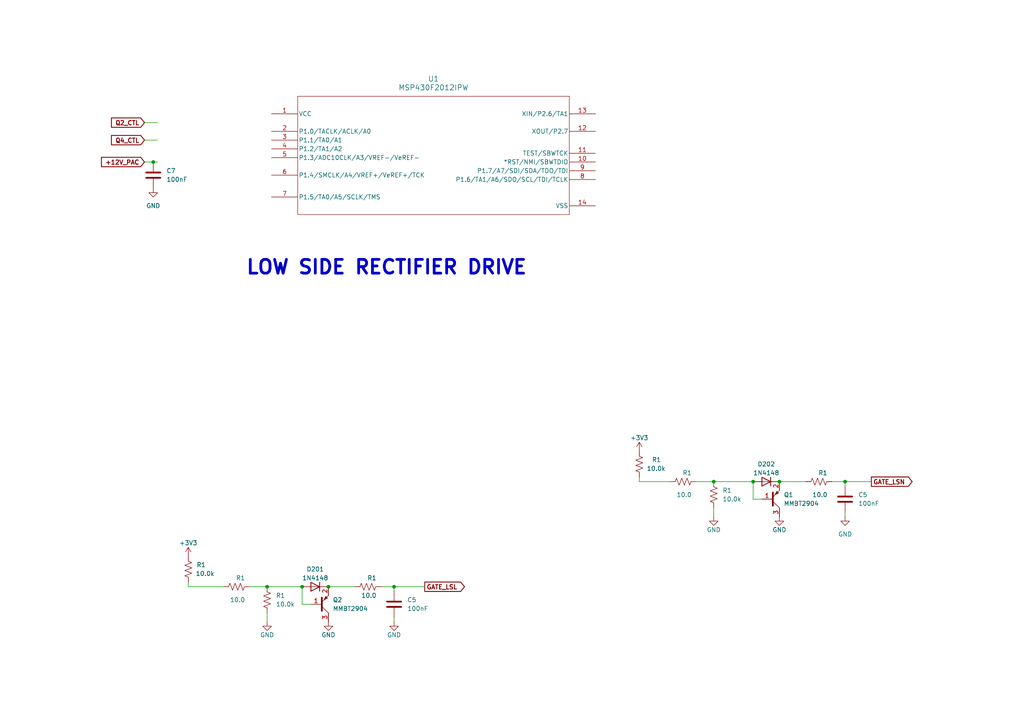
<source format=kicad_sch>
(kicad_sch (version 20230121) (generator eeschema)
  (paper "A4")
  (lib_symbols
    (symbol "Device:C" (pin_numbers hide) (pin_names (offset 0.254))
      (property "Reference" "C" (at 0.635 2.54 0))
      (property "Value" "C" (at 0.635 -2.54 0))
      (symbol "C_0_1"
        (polyline (pts (xy -2.032 -0.762) (xy 2.032 -0.762)) (stroke (width 0.508)))
        (polyline (pts (xy -2.032 0.762) (xy 2.032 0.762)) (stroke (width 0.508)))
      )
      (symbol "C_1_1"
        (pin passive line (at 0 3.81 270) (length 2.794) (name "~") (number "1"))
        (pin passive line (at 0 -3.81 90) (length 2.794) (name "~") (number "2"))
      )
    )
    (symbol "Device:D" (pin_numbers hide) (pin_names (offset 1.016) hide)
      (property "Reference" "D" (at 0 2.54 0))
      (property "Value" "D" (at 0 -2.54 0))
      (symbol "D_0_1"
        (polyline (pts (xy -1.27 1.27) (xy -1.27 -1.27)) (stroke (width 0.254)))
        (polyline (pts (xy 1.27 0) (xy -1.27 0)))
        (polyline (pts (xy 1.27 1.27) (xy 1.27 -1.27) (xy -1.27 0) (xy 1.27 1.27)) (stroke (width 0.254)))
      )
      (symbol "D_1_1"
        (pin passive line (at -3.81 0 0) (length 2.54) (name "K") (number "1"))
        (pin passive line (at 3.81 0 180) (length 2.54) (name "A") (number "2"))
      )
    )
    (symbol "Device:R_US" (pin_numbers hide) (pin_names (offset 0))
      (property "Reference" "R" (at 2.54 0 90))
      (property "Value" "R_US" (at -2.54 0 90))
      (symbol "R_US_0_1"
        (polyline (pts (xy 0 -2.286) (xy 0 -2.54)))
        (polyline (pts (xy 0 2.286) (xy 0 2.54)))
        (polyline (pts (xy 0 -0.762) (xy 1.016 -1.143) (xy 0 -1.524) (xy -1.016 -1.905) (xy 0 -2.286)))
        (polyline (pts (xy 0 0.762) (xy 1.016 0.381) (xy 0 0) (xy -1.016 -0.381) (xy 0 -0.762)))
        (polyline (pts (xy 0 2.286) (xy 1.016 1.905) (xy 0 1.524) (xy -1.016 1.143) (xy 0 0.762)))
      )
      (symbol "R_US_1_1"
        (pin passive line (at 0 3.81 270) (length 1.27) (name "~") (number "1"))
        (pin passive line (at 0 -3.81 90) (length 1.27) (name "~") (number "2"))
      )
    )
    (symbol "fb_smps_symbols:MMBT2904" (pin_names (offset 0) hide)
      (property "Reference" "Q" (at 5.08 1.905 0))
      (property "Value" "MMBT2904" (at 5.08 0 0))
      (symbol "MMBT2904_0_1"
        (polyline (pts (xy 0.635 0.635) (xy 2.54 2.54)))
        (polyline (pts (xy 0.635 -0.635) (xy 2.54 -2.54) (xy 2.54 -2.54)))
        (polyline (pts (xy 0.635 1.905) (xy 0.635 -1.905) (xy 0.635 -1.905)) (stroke (width 0.508)))
        (polyline (pts (xy 2.286 -1.778) (xy 1.778 -2.286) (xy 1.27 -1.27) (xy 2.286 -1.778) (xy 2.286 -1.778)) (fill (type outline)))
      )
      (symbol "MMBT2904_1_1"
        (pin input line (at -2.54 0 0) (length 3) (name "B") (number "1"))
        (pin passive line (at 2.54 -5.08 90) (length 2.54) (name "E") (number "2"))
        (pin passive line (at 2.54 5.08 270) (length 2.54) (name "C") (number "3"))
      )
    )
    (symbol "fb_smps_symbols:MSP430F2012IPW" (pin_names (offset 0.254))
      (property "Reference" "U" (at 39.37 10.16 0))
      (property "Value" "MSP430F2012IPW" (at 48.26 7.62 0))
      (symbol "MSP430F2012IPW_0_1"
        (polyline (pts (xy 7.62 -29.21) (xy 86.36 -29.21)) (stroke (width 0.127)))
        (polyline (pts (xy 7.62 5.08) (xy 7.62 -29.21)) (stroke (width 0.127)))
        (polyline (pts (xy 86.36 -29.21) (xy 86.36 5.08)) (stroke (width 0.127)))
        (polyline (pts (xy 86.36 5.08) (xy 7.62 5.08)) (stroke (width 0.127)))
        (pin power_in line (at 0 0 0) (length 7.62) (name "VCC") (number "1"))
        (pin bidirectional line (at 93.98 -13.97 180) (length 7.62) (name "*RST/NMI/SBWTDIO") (number "10"))
        (pin bidirectional line (at 93.98 -11.43 180) (length 7.62) (name "TEST/SBWTCK") (number "11"))
        (pin bidirectional line (at 93.98 -5.08 180) (length 7.62) (name "XOUT/P2.7") (number "12"))
        (pin bidirectional line (at 93.98 0 180) (length 7.62) (name "XIN/P2.6/TA1") (number "13"))
        (pin power_in line (at 93.98 -26.67 180) (length 7.62) (name "VSS") (number "14"))
        (pin bidirectional line (at 0 -5.08 0) (length 7.62) (name "P1.0/TACLK/ACLK/A0") (number "2"))
        (pin bidirectional line (at 0 -7.62 0) (length 7.62) (name "P1.1/TA0/A1") (number "3"))
        (pin bidirectional line (at 0 -10.16 0) (length 7.62) (name "P1.2/TA1/A2") (number "4"))
        (pin bidirectional line (at 0 -12.7 0) (length 7.62) (name "P1.3/ADC10CLK/A3/VREF-/VeREF-") (number "5"))
        (pin bidirectional line (at 0 -17.78 0) (length 7.62) (name "P1.4/SMCLK/A4/VREF+/VeREF+/TCK") (number "6"))
        (pin bidirectional line (at 0 -24.13 0) (length 7.62) (name "P1.5/TA0/A5/SCLK/TMS") (number "7"))
        (pin bidirectional line (at 93.98 -19.05 180) (length 7.62) (name "P1.6/TA1/A6/SDO/SCL/TDI/TCLK") (number "8"))
        (pin bidirectional line (at 93.98 -16.51 180) (length 7.62) (name "P1.7/A7/SDI/SDA/TDO/TDI") (number "9"))
      )
    )
    (symbol "power:+3.3V" (power) (pin_names (offset 0))
      (property "Value" "+3.3V" (at 0 3.556 0))
      (symbol "+3.3V_0_1"
        (polyline (pts (xy -0.762 1.27) (xy 0 2.54)))
        (polyline (pts (xy 0 0) (xy 0 2.54)))
        (polyline (pts (xy 0 2.54) (xy 0.762 1.27)))
      )
      (symbol "+3.3V_1_1"
        (pin power_in line (at 0 0 90) (length 0) hide (name "+3V3") (number "1"))
      )
    )
    (symbol "power:GND" (power) (pin_names (offset 0))
      (property "Value" "GND" (at 0 -3.81 0))
      (symbol "GND_0_1"
        (polyline (pts (xy 0 0) (xy 0 -1.27) (xy 1.27 -1.27) (xy 0 -2.54) (xy -1.27 -1.27) (xy 0 -1.27)))
      )
      (symbol "GND_1_1"
        (pin power_in line (at 0 0 270) (length 0) hide (name "GND") (number "1"))
      )
    )
  )
  (junction (at 95.25 170.18))
  (junction (at 87.63 170.18))
  (junction (at 77.47 170.18))
  (junction (at 44.45 46.99))
  (junction (at 226.06 139.7))
  (junction (at 114.3 170.18))
  (junction (at 207.01 139.7))
  (junction (at 218.44 139.7))
  (junction (at 245.11 139.7))
  (wire (pts (xy 54.61 170.18) (xy 54.61 168.91)))
  (wire (pts (xy 72.39 170.18) (xy 77.47 170.18)))
  (wire (pts (xy 245.11 149.86) (xy 245.11 148.59)))
  (wire (pts (xy 114.3 170.18) (xy 114.3 171.45)))
  (wire (pts (xy 201.93 139.7) (xy 207.01 139.7)))
  (wire (pts (xy 218.44 144.78) (xy 220.98 144.78)))
  (wire (pts (xy 95.25 170.18) (xy 95.25 171.45)))
  (wire (pts (xy 41.91 40.64) (xy 45.72 40.64)))
  (wire (pts (xy 77.47 177.8) (xy 77.47 180.34)))
  (wire (pts (xy 87.63 175.26) (xy 87.63 170.18)))
  (wire (pts (xy 241.3 139.7) (xy 245.11 139.7)))
  (wire (pts (xy 41.91 35.56) (xy 45.72 35.56)))
  (wire (pts (xy 114.3 180.34) (xy 114.3 179.07)))
  (wire (pts (xy 185.42 139.7) (xy 185.42 138.43)))
  (wire (pts (xy 226.06 139.7) (xy 233.68 139.7)))
  (wire (pts (xy 54.61 170.18) (xy 64.77 170.18)))
  (wire (pts (xy 114.3 170.18) (xy 123.19 170.18)))
  (wire (pts (xy 77.47 170.18) (xy 87.63 170.18)))
  (wire (pts (xy 245.11 139.7) (xy 245.11 140.97)))
  (wire (pts (xy 44.45 46.99) (xy 45.72 46.99)))
  (wire (pts (xy 110.49 170.18) (xy 114.3 170.18)))
  (wire (pts (xy 245.11 139.7) (xy 252.73 139.7)))
  (wire (pts (xy 207.01 139.7) (xy 218.44 139.7)))
  (wire (pts (xy 41.91 46.99) (xy 44.45 46.99)))
  (wire (pts (xy 218.44 144.78) (xy 218.44 139.7)))
  (wire (pts (xy 207.01 147.32) (xy 207.01 149.86)))
  (wire (pts (xy 95.25 170.18) (xy 102.87 170.18)))
  (wire (pts (xy 185.42 139.7) (xy 194.31 139.7)))
  (wire (pts (xy 87.63 175.26) (xy 90.17 175.26)))
  (text "LOW SIDE RECTIFIER DRIVE" (at 71.12 80.01 0) (effects (font (size 4 4) (thickness 0.8) bold) (justify left bottom)))
  (global_label "Q2_CTL" (shape input) (at 41.91 35.56 180) (effects (font bold)) (property "Intersheetrefs" "${INTERSHEET_REFS}" (effects hide)))
  (global_label "Q4_CTL" (shape input) (at 41.91 40.64 180) (effects (font bold)) (property "Intersheetrefs" "${INTERSHEET_REFS}" (effects hide)))
  (global_label "+12V_PAC" (shape input) (at 41.91 46.99 180) (effects (font bold)) (property "Intersheetrefs" "${INTERSHEET_REFS}" (effects hide)))
  (global_label "GATE_LSL" (shape output) (at 123.19 170.18 0) (effects (font bold)) (property "Intersheetrefs" "${INTERSHEET_REFS}" (effects hide)))
  (global_label "GATE_LSN" (shape output) (at 252.73 139.7 0) (effects (font bold)) (property "Intersheetrefs" "${INTERSHEET_REFS}" (effects hide)))
  (symbol (lib_id "Device:R_US") (at 68.58 170.18 90) (unit 1)
    (property "Reference" "R1" (at 71.12 167.64 90) (effects (justify left)))
    (property "Value" "10.0" (at 71.12 173.99 90) (effects (justify left)))
    (instances (project "full_bridge_smps" (path "" (reference "R1") (unit 1)) (path "" (reference "R205") (unit 1))))
  )
  (symbol (lib_id "power:GND") (at 114.3 180.34 0) (unit 1)
    (property "Reference" "#PWR09" (effects hide))
    (property "Value" "GND" (at 114.3 184.15 0))
  )
  (symbol (lib_id "fb_smps_symbols:MMBT2904") (at 223.52 144.78 0) (mirror x) (unit 1)
    (property "Reference" "Q1" (at 227.33 143.51 0) (effects (justify left)))
    (property "Value" "MMBT2904" (at 227.33 146.05 0) (effects (justify left)))
    (property "Footprint" "fb_smps_footprints:MMBT2907" (effects hide))
  )
  (symbol (lib_id "power:GND") (at 226.06 149.86 0) (unit 1)
    (property "Reference" "#PWR012" (effects hide))
    (property "Value" "GND" (at 226.06 153.67 0))
  )
  (symbol (lib_id "Device:R_US") (at 237.49 139.7 90) (unit 1)
    (property "Reference" "R1" (at 240.03 137.16 90) (effects (justify left)))
    (property "Value" "10.0" (at 240.03 143.51 90) (effects (justify left)))
    (instances (project "full_bridge_smps" (path "" (reference "R1") (unit 1)) (path "" (reference "R202") (unit 1))))
  )
  (symbol (lib_id "power:+3.3V") (at 185.42 130.81 0) (unit 1)
    (property "Reference" "#PWR019" (effects hide))
    (property "Value" "+3.3V" (at 185.42 127 0))
    (instances (project "full_bridge_smps" (path "" (reference "#PWR019") (unit 1)) (path "" (reference "#PWR021") (unit 1))))
  )
  (symbol (lib_id "power:GND") (at 95.25 180.34 0) (unit 1)
    (property "Reference" "#PWR013" (effects hide))
    (property "Value" "GND" (at 95.25 184.15 0))
  )
  (symbol (lib_id "power:GND") (at 245.11 149.86 0) (unit 1)
    (property "Reference" "#PWR011" (effects hide))
    (property "Value" "GND" (at 245.11 154.94 0))
  )
  (symbol (lib_id "Device:R_US") (at 77.47 173.99 0) (unit 1)
    (property "Reference" "R1" (at 80.01 172.72 0) (effects (justify left)))
    (property "Value" "10.0k" (at 80.01 175.26 0) (effects (justify left)))
    (instances (project "full_bridge_smps" (path "" (reference "R1") (unit 1)) (path "" (reference "R203") (unit 1))))
  )
  (symbol (lib_id "Device:R_US") (at 106.68 170.18 90) (unit 1)
    (property "Reference" "R1" (at 109.22 167.64 90) (effects (justify left)))
    (property "Value" "10.0" (at 109.22 172.72 90) (effects (justify left)))
    (instances (project "full_bridge_smps" (path "" (reference "R1") (unit 1)) (path "" (reference "R201") (unit 1))))
  )
  (symbol (lib_id "Device:C") (at 114.3 175.26 0) (unit 1)
    (property "Reference" "C5" (at 118.11 173.99 0) (effects (justify left)))
    (property "Value" "100nF" (at 118.11 176.53 0) (effects (justify left)))
    (instances (project "full_bridge_smps" (path "" (reference "C5") (unit 1)) (path "" (reference "C201") (unit 1))))
  )
  (symbol (lib_id "Device:R_US") (at 198.12 139.7 90) (unit 1)
    (property "Reference" "R1" (at 200.66 137.16 90) (effects (justify left)))
    (property "Value" "10.0" (at 200.66 143.51 90) (effects (justify left)))
    (instances (project "full_bridge_smps" (path "" (reference "R1") (unit 1)) (path "" (reference "R206") (unit 1))))
  )
  (symbol (lib_id "Device:D") (at 222.25 139.7 180) (unit 1)
    (property "Reference" "D202" (at 222.25 134.62 0))
    (property "Value" "1N4148" (at 222.25 137.16 0))
  )
  (symbol (lib_id "power:GND") (at 207.01 149.86 0) (unit 1)
    (property "Reference" "#PWR010" (effects hide))
    (property "Value" "GND" (at 207.01 153.67 0))
  )
  (symbol (lib_id "Device:C") (at 44.45 50.8 0) (unit 1)
    (property "Reference" "C7" (at 48.26 49.53 0) (effects (justify left)))
    (property "Value" "100nF" (at 48.26 52.07 0) (effects (justify left)))
  )
  (symbol (lib_id "power:GND") (at 44.45 54.61 0) (unit 1)
    (property "Reference" "#PWR07" (effects hide))
    (property "Value" "GND" (at 44.45 59.69 0))
  )
  (symbol (lib_id "Device:R_US") (at 207.01 143.51 0) (unit 1)
    (property "Reference" "R1" (at 209.55 142.24 0) (effects (justify left)))
    (property "Value" "10.0k" (at 209.55 144.78 0) (effects (justify left)))
    (instances (project "full_bridge_smps" (path "" (reference "R1") (unit 1)) (path "" (reference "R204") (unit 1))))
  )
  (symbol (lib_id "Device:C") (at 245.11 144.78 0) (unit 1)
    (property "Reference" "C5" (at 248.92 143.51 0) (effects (justify left)))
    (property "Value" "100nF" (at 248.92 146.05 0) (effects (justify left)))
    (instances (project "full_bridge_smps" (path "" (reference "C5") (unit 1)) (path "" (reference "C9") (unit 1))))
  )
  (symbol (lib_id "power:+3.3V") (at 54.61 161.29 0) (unit 1)
    (property "Reference" "#PWR019" (effects hide))
    (property "Value" "+3.3V" (at 54.61 157.48 0))
    (instances (project "full_bridge_smps" (path "" (reference "#PWR019") (unit 1)) (path "" (reference "#PWR020") (unit 1))))
  )
  (symbol (lib_id "Device:R_US") (at 54.61 165.1 180) (unit 1)
    (property "Reference" "R1" (at 59.69 163.83 0) (effects (justify left)))
    (property "Value" "10.0k" (at 62.23 166.37 0) (effects (justify left)))
    (instances (project "full_bridge_smps" (path "" (reference "R1") (unit 1)) (path "" (reference "R8") (unit 1))))
  )
  (symbol (lib_id "fb_smps_symbols:MMBT2904") (at 92.71 175.26 0) (mirror x) (unit 1)
    (property "Reference" "Q2" (at 96.52 173.99 0) (effects (justify left)))
    (property "Value" "MMBT2904" (at 96.52 176.53 0) (effects (justify left)))
    (property "Footprint" "fb_smps_footprints:MMBT2907" (effects hide))
  )
  (symbol (lib_id "power:GND") (at 77.47 180.34 0) (unit 1)
    (property "Reference" "#PWR08" (effects hide))
    (property "Value" "GND" (at 77.47 184.15 0))
  )
  (symbol (lib_id "Device:R_US") (at 185.42 134.62 180) (unit 1)
    (property "Reference" "R1" (at 191.77 133.35 0) (effects (justify left)))
    (property "Value" "10.0k" (at 193.04 135.89 0) (effects (justify left)))
    (instances (project "full_bridge_smps" (path "" (reference "R1") (unit 1)) (path "" (reference "R11") (unit 1))))
  )
  (symbol (lib_id "fb_smps_symbols:MSP430F2012IPW") (at 78.74 33.02 0) (unit 1)
    (property "Reference" "U1" (at 125.73 22.86 0) (effects (font (size 1.524 1.524))))
    (property "Value" "MSP430F2012IPW" (at 125.73 25.4 0) (effects (font (size 1.524 1.524))))
    (property "Footprint" "PW14" (effects hide))
    (property "Datasheet" "MSP430F2012IPW" (effects hide))
  )
  (symbol (lib_id "Device:D") (at 91.44 170.18 180) (unit 1)
    (property "Reference" "D201" (at 91.44 165.1 0))
    (property "Value" "1N4148" (at 91.44 167.64 0))
  )
)
</source>
